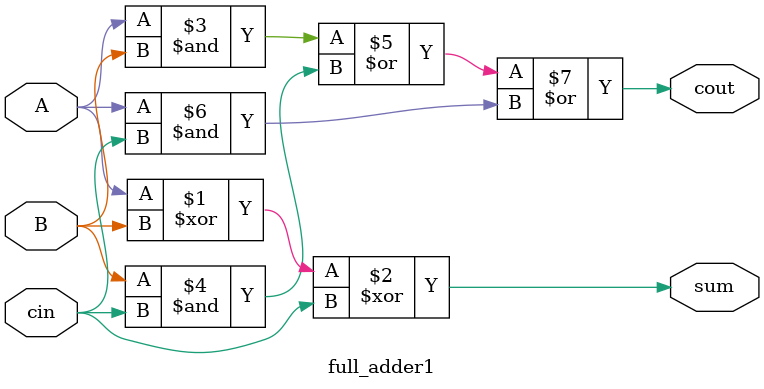
<source format=v>
`timescale 1ns / 1ps


module full_adder1(input A, B, cin, output sum, cout);
assign sum = A ^ B ^ cin; //simplifed version of boolean expression
assign cout = (A &B) | (B & cin) | (A & cin);
endmodule

</source>
